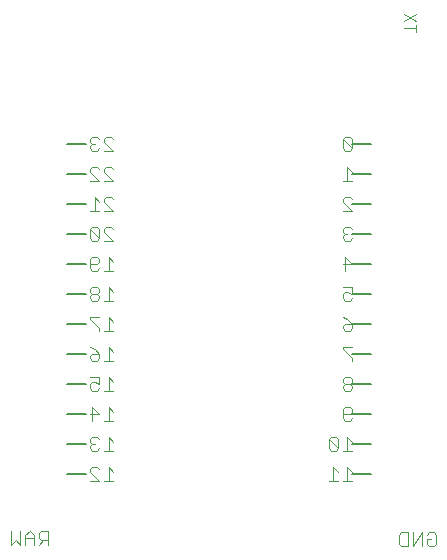
<source format=gbo>
G75*
G70*
%OFA0B0*%
%FSLAX24Y24*%
%IPPOS*%
%LPD*%
%AMOC8*
5,1,8,0,0,1.08239X$1,22.5*
%
%ADD10C,0.0030*%
%ADD11C,0.0040*%
%ADD12C,0.0050*%
D10*
X016786Y020500D02*
X017156Y020500D01*
X017156Y020623D02*
X017156Y020376D01*
X017156Y020745D02*
X016786Y020992D01*
X016786Y020745D02*
X017156Y020992D01*
D11*
X003678Y003755D02*
X003678Y003295D01*
X003831Y003448D01*
X003985Y003295D01*
X003985Y003755D01*
X004138Y003602D02*
X004138Y003295D01*
X004138Y003525D02*
X004445Y003525D01*
X004445Y003602D02*
X004292Y003755D01*
X004138Y003602D01*
X004445Y003602D02*
X004445Y003295D01*
X004598Y003295D02*
X004752Y003448D01*
X004675Y003448D02*
X004905Y003448D01*
X004905Y003295D02*
X004905Y003755D01*
X004675Y003755D01*
X004598Y003679D01*
X004598Y003525D01*
X004675Y003448D01*
X006309Y005420D02*
X006616Y005420D01*
X006309Y005727D01*
X006309Y005804D01*
X006386Y005880D01*
X006539Y005880D01*
X006616Y005804D01*
X006923Y005880D02*
X006923Y005420D01*
X007076Y005420D02*
X006769Y005420D01*
X007076Y005727D02*
X006923Y005880D01*
X006923Y006420D02*
X006923Y006880D01*
X007076Y006727D01*
X007076Y006420D02*
X006769Y006420D01*
X006616Y006497D02*
X006539Y006420D01*
X006386Y006420D01*
X006309Y006497D01*
X006309Y006573D01*
X006386Y006650D01*
X006462Y006650D01*
X006386Y006650D02*
X006309Y006727D01*
X006309Y006804D01*
X006386Y006880D01*
X006539Y006880D01*
X006616Y006804D01*
X006769Y007420D02*
X007076Y007420D01*
X006923Y007420D02*
X006923Y007880D01*
X007076Y007727D01*
X006616Y007650D02*
X006309Y007650D01*
X006386Y007420D02*
X006386Y007880D01*
X006616Y007650D01*
X006539Y008420D02*
X006386Y008420D01*
X006309Y008497D01*
X006309Y008650D01*
X006386Y008727D01*
X006462Y008727D01*
X006616Y008650D01*
X006616Y008880D01*
X006309Y008880D01*
X006616Y008497D02*
X006539Y008420D01*
X006769Y008420D02*
X007076Y008420D01*
X006923Y008420D02*
X006923Y008880D01*
X007076Y008727D01*
X007076Y009420D02*
X006769Y009420D01*
X006923Y009420D02*
X006923Y009880D01*
X007076Y009727D01*
X006616Y009650D02*
X006386Y009650D01*
X006309Y009573D01*
X006309Y009497D01*
X006386Y009420D01*
X006539Y009420D01*
X006616Y009497D01*
X006616Y009650D01*
X006462Y009804D01*
X006309Y009880D01*
X006616Y010420D02*
X006616Y010497D01*
X006309Y010804D01*
X006309Y010880D01*
X006616Y010880D01*
X006923Y010880D02*
X006923Y010420D01*
X007076Y010420D02*
X006769Y010420D01*
X007076Y010727D02*
X006923Y010880D01*
X006923Y011420D02*
X006923Y011880D01*
X007076Y011727D01*
X007076Y011420D02*
X006769Y011420D01*
X006616Y011497D02*
X006616Y011573D01*
X006539Y011650D01*
X006386Y011650D01*
X006309Y011573D01*
X006309Y011497D01*
X006386Y011420D01*
X006539Y011420D01*
X006616Y011497D01*
X006539Y011650D02*
X006616Y011727D01*
X006616Y011804D01*
X006539Y011880D01*
X006386Y011880D01*
X006309Y011804D01*
X006309Y011727D01*
X006386Y011650D01*
X006386Y012420D02*
X006309Y012497D01*
X006309Y012804D01*
X006386Y012880D01*
X006539Y012880D01*
X006616Y012804D01*
X006616Y012727D01*
X006539Y012650D01*
X006309Y012650D01*
X006386Y012420D02*
X006539Y012420D01*
X006616Y012497D01*
X006769Y012420D02*
X007076Y012420D01*
X006923Y012420D02*
X006923Y012880D01*
X007076Y012727D01*
X007076Y013420D02*
X006769Y013420D01*
X006616Y013497D02*
X006309Y013804D01*
X006309Y013497D01*
X006386Y013420D01*
X006539Y013420D01*
X006616Y013497D01*
X006616Y013804D01*
X006539Y013880D01*
X006386Y013880D01*
X006309Y013804D01*
X006309Y014420D02*
X006616Y014420D01*
X006769Y014420D02*
X007076Y014420D01*
X006769Y014727D01*
X006769Y014804D01*
X006846Y014880D01*
X006999Y014880D01*
X007076Y014804D01*
X006616Y014727D02*
X006462Y014880D01*
X006462Y014420D01*
X006846Y013880D02*
X006999Y013880D01*
X007076Y013804D01*
X006846Y013880D02*
X006769Y013804D01*
X006769Y013727D01*
X007076Y013420D01*
X007076Y015420D02*
X006769Y015420D01*
X006616Y015420D02*
X006309Y015727D01*
X006309Y015804D01*
X006386Y015880D01*
X006539Y015880D01*
X006616Y015804D01*
X006769Y015804D02*
X006846Y015880D01*
X006999Y015880D01*
X007076Y015804D01*
X006769Y015804D02*
X006769Y015727D01*
X007076Y015420D01*
X006616Y015420D02*
X006309Y015420D01*
X006386Y016420D02*
X006309Y016497D01*
X006309Y016573D01*
X006386Y016650D01*
X006462Y016650D01*
X006386Y016650D02*
X006309Y016727D01*
X006309Y016804D01*
X006386Y016880D01*
X006539Y016880D01*
X006616Y016804D01*
X006769Y016804D02*
X006846Y016880D01*
X006999Y016880D01*
X007076Y016804D01*
X006769Y016804D02*
X006769Y016727D01*
X007076Y016420D01*
X006769Y016420D01*
X006616Y016497D02*
X006539Y016420D01*
X006386Y016420D01*
X014340Y006880D02*
X014263Y006804D01*
X014570Y006497D01*
X014493Y006420D01*
X014340Y006420D01*
X014263Y006497D01*
X014263Y006804D01*
X014340Y006880D02*
X014493Y006880D01*
X014570Y006804D01*
X014570Y006497D01*
X014723Y006420D02*
X015030Y006420D01*
X014877Y006420D02*
X014877Y006880D01*
X015030Y006727D01*
X014954Y007420D02*
X014800Y007420D01*
X014723Y007497D01*
X014723Y007804D01*
X014800Y007880D01*
X014954Y007880D01*
X015030Y007804D01*
X015030Y007727D01*
X014954Y007650D01*
X014723Y007650D01*
X014954Y007420D02*
X015030Y007497D01*
X014954Y008420D02*
X015030Y008497D01*
X015030Y008573D01*
X014954Y008650D01*
X014800Y008650D01*
X014723Y008573D01*
X014723Y008497D01*
X014800Y008420D01*
X014954Y008420D01*
X014954Y008650D02*
X015030Y008727D01*
X015030Y008804D01*
X014954Y008880D01*
X014800Y008880D01*
X014723Y008804D01*
X014723Y008727D01*
X014800Y008650D01*
X015030Y009420D02*
X015030Y009497D01*
X014723Y009804D01*
X014723Y009880D01*
X015030Y009880D01*
X014954Y010420D02*
X014800Y010420D01*
X014723Y010497D01*
X014723Y010573D01*
X014800Y010650D01*
X015030Y010650D01*
X015030Y010497D01*
X014954Y010420D01*
X015030Y010650D02*
X014877Y010804D01*
X014723Y010880D01*
X014800Y011420D02*
X014723Y011497D01*
X014723Y011650D01*
X014800Y011727D01*
X014877Y011727D01*
X015030Y011650D01*
X015030Y011880D01*
X014723Y011880D01*
X014800Y011420D02*
X014954Y011420D01*
X015030Y011497D01*
X014800Y012420D02*
X014800Y012880D01*
X015030Y012650D01*
X014723Y012650D01*
X014800Y013420D02*
X014954Y013420D01*
X015030Y013497D01*
X014877Y013650D02*
X014800Y013650D01*
X014723Y013573D01*
X014723Y013497D01*
X014800Y013420D01*
X014800Y013650D02*
X014723Y013727D01*
X014723Y013804D01*
X014800Y013880D01*
X014954Y013880D01*
X015030Y013804D01*
X015030Y014420D02*
X014723Y014420D01*
X014723Y014727D02*
X014723Y014804D01*
X014800Y014880D01*
X014954Y014880D01*
X015030Y014804D01*
X014723Y014727D02*
X015030Y014420D01*
X015030Y015420D02*
X014723Y015420D01*
X014877Y015420D02*
X014877Y015880D01*
X015030Y015727D01*
X014954Y016420D02*
X015030Y016497D01*
X014723Y016804D01*
X014723Y016497D01*
X014800Y016420D01*
X014954Y016420D01*
X015030Y016497D02*
X015030Y016804D01*
X014954Y016880D01*
X014800Y016880D01*
X014723Y016804D01*
X014877Y005880D02*
X014877Y005420D01*
X015030Y005420D02*
X014723Y005420D01*
X014570Y005420D02*
X014263Y005420D01*
X014417Y005420D02*
X014417Y005880D01*
X014570Y005727D01*
X014877Y005880D02*
X015030Y005727D01*
X016679Y003705D02*
X016603Y003629D01*
X016603Y003322D01*
X016679Y003245D01*
X016910Y003245D01*
X016910Y003705D01*
X016679Y003705D01*
X017063Y003705D02*
X017063Y003245D01*
X017370Y003705D01*
X017370Y003245D01*
X017523Y003322D02*
X017523Y003475D01*
X017677Y003475D01*
X017830Y003322D02*
X017754Y003245D01*
X017600Y003245D01*
X017523Y003322D01*
X017523Y003629D02*
X017600Y003705D01*
X017754Y003705D01*
X017830Y003629D01*
X017830Y003322D01*
D12*
X015675Y005650D02*
X015050Y005650D01*
X015050Y006650D02*
X015675Y006650D01*
X015675Y007650D02*
X015050Y007650D01*
X015050Y008650D02*
X015675Y008650D01*
X015675Y009650D02*
X015050Y009650D01*
X015050Y010650D02*
X015675Y010650D01*
X015675Y011650D02*
X015050Y011650D01*
X015050Y012650D02*
X015675Y012650D01*
X015675Y013650D02*
X015050Y013650D01*
X015050Y014650D02*
X015675Y014650D01*
X015675Y015650D02*
X015050Y015650D01*
X015050Y016650D02*
X015675Y016650D01*
X006175Y016650D02*
X005550Y016650D01*
X005550Y015650D02*
X006175Y015650D01*
X006175Y014650D02*
X005550Y014650D01*
X005550Y013650D02*
X006175Y013650D01*
X006175Y012650D02*
X005550Y012650D01*
X005550Y011650D02*
X006175Y011650D01*
X006175Y010650D02*
X005550Y010650D01*
X005550Y009650D02*
X006175Y009650D01*
X006175Y008650D02*
X005550Y008650D01*
X005550Y007650D02*
X006175Y007650D01*
X006175Y006650D02*
X005550Y006650D01*
X005550Y005650D02*
X006175Y005650D01*
M02*

</source>
